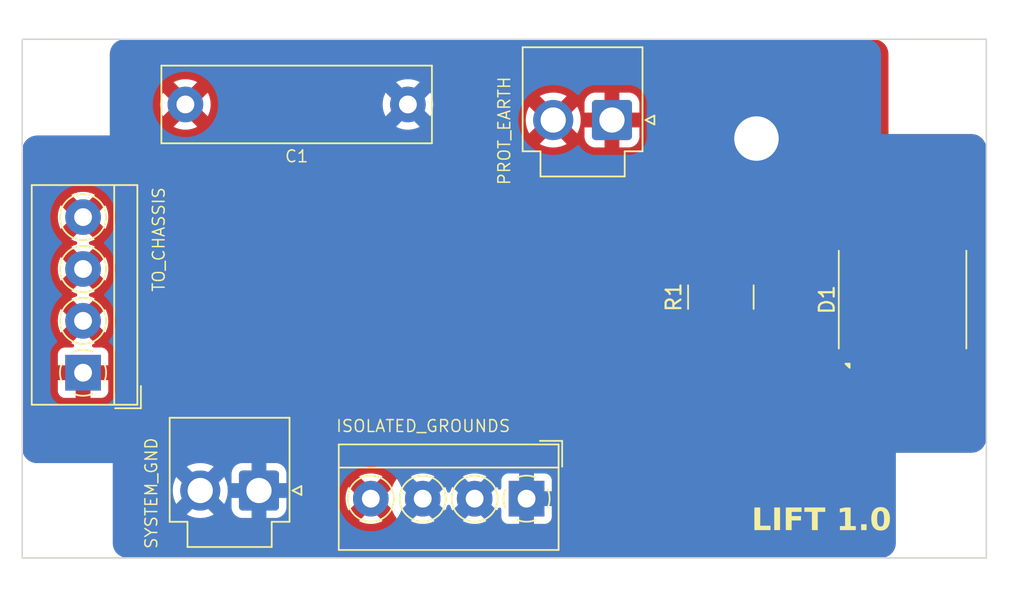
<source format=kicad_pcb>
(kicad_pcb (version 20240108) (generator "pcbnew") (generator_version "8.0")
  (layers (0 "F.Cu" signal) (31 "B.Cu" signal) (34 "B.Paste" user) (35 "F.Paste" user) (36 "B.SilkS" user "B.Silkscreen") (37 "F.SilkS" user "F.Silkscreen") (38 "B.Mask" user) (39 "F.Mask" user) (44 "Edge.Cuts" user))
  (net 0 "")
  (net 1 "EARTH")
  (net 2 "GND")
  (footprint "MountingHole:MountingHole_3.2mm_M3" (layer "F.Cu") (at 170.5 71.5 90)
    (property "Reference" "H4" (hide yes))
    (property "Value" "MountingHole")
    (pad "" np_thru_hole circle (at 0 0 90) (size 3.2 3.2) (drill 3.2) (layers "*.Cu" "*.Mask"))
  )
  (footprint "TerminalBlock_4Ucon:TerminalBlock_4Ucon_1x04_P3.50mm_Horizontal" (layer "F.Cu") (at 142 100 180)
    (property "Reference" "J4" (hide yes))
    (property "Value" "Conn_01x04_Pin")
    (fp_line (start 12.66 -3.46) (end 12.66 3.66) (stroke (width 0.12)) (layer "F.SilkS"))
    (fp_line (start -2.16 3.66) (end 12.66 3.66) (stroke (width 0.12)) (layer "F.SilkS"))
    (fp_line (start -2.16 2.1) (end 12.66 2.1) (stroke (width 0.12)) (layer "F.SilkS"))
    (fp_line (start -2.16 -3.46) (end 12.66 -3.46) (stroke (width 0.12)) (layer "F.SilkS"))
    (fp_line (start -2.16 -3.46) (end -2.16 3.66) (stroke (width 0.12)) (layer "F.SilkS"))
    (fp_line (start -2.4 3.9) (end -0.9 3.9) (stroke (width 0.12)) (layer "F.SilkS"))
    (fp_line (start -2.4 2.16) (end -2.4 3.9) (stroke (width 0.12)) (layer "F.SilkS"))
    (fp_arc (start 1.432109 -0.607742) (mid 1.555727 0.00014) (end 1.432 0.608) (stroke (width 0.12)) (layer "F.SilkS"))
    (fp_arc (start 0.607587 1.431385) (mid 0.310017 1.523783) (end 0 1.555) (stroke (width 0.12)) (layer "F.SilkS"))
    (fp_arc (start 0.027011 1.555493) (mid -0.296984 1.527118) (end -0.608 1.432) (stroke (width 0.12)) (layer "F.SilkS"))
    (fp_arc (start -0.607742 -1.432109) (mid 0.00014 -1.555727) (end 0.608 -1.432) (stroke (width 0.12)) (layer "F.SilkS"))
    (fp_arc (start -1.432109 0.607742) (mid -1.555727 -0.00014) (end -1.432 -0.608) (stroke (width 0.12)) (layer "F.SilkS"))
    (fp_circle (center 10.5 0) (end 12.055 0) (stroke (width 0.12)) (fill none) (layer "F.SilkS"))
    (fp_circle (center 7 0) (end 8.555 0) (stroke (width 0.12)) (fill none) (layer "F.SilkS"))
    (fp_circle (center 3.5 0) (end 5.055 0) (stroke (width 0.12)) (fill none) (layer "F.SilkS"))
    (pad "1" thru_hole rect (at 0 0 180) (size 2.4 2.4) (drill 1.2) (layers "*.Cu" "*.Mask") (net 2 "GND"))
    (pad "2" thru_hole circle (at 3.5 0 180) (size 2.4 2.4) (drill 1.2) (layers "*.Cu" "*.Mask") (net 2 "GND"))
    (pad "3" thru_hole circle (at 7 0 180) (size 2.4 2.4) (drill 1.2) (layers "*.Cu" "*.Mask") (net 2 "GND"))
    (pad "4" thru_hole circle (at 10.5 0 180) (size 2.4 2.4) (drill 1.2) (layers "*.Cu" "*.Mask") (net 1 "EARTH"))
  )
  (footprint "Resistor_SMD:R_2816_7142Metric_Pad3.20x4.45mm_HandSolder" (layer "F.Cu") (at 155.1 86.4 90)
    (property "Reference" "R1" (at 0 -3.18 90) (layer "F.SilkS"))
    (property "Value" "10R 5W")
    (fp_line (start -0.797369 -2.21) (end 0.797369 -2.21) (stroke (width 0.12)) (layer "F.SilkS"))
    (fp_line (start -0.797369 2.21) (end 0.797369 2.21) (stroke (width 0.12)) (layer "F.SilkS"))
    (pad "1" smd roundrect (at -2.6 0 90) (size 3.2 4.45) (layers "F.Cu" "F.Paste" "F.Mask") (roundrect_rratio 0.078125) (net 1 "EARTH"))
    (pad "2" smd roundrect (at 2.6 0 90) (size 3.2 4.45) (layers "F.Cu" "F.Paste" "F.Mask") (roundrect_rratio 0.078125) (net 2 "GND"))
  )
  (footprint "TerminalBlock_4Ucon:TerminalBlock_4Ucon_1x04_P3.50mm_Horizontal" (layer "F.Cu") (at 112.1 91.5 90)
    (property "Reference" "J3" (hide yes))
    (property "Value" "Conn_01x04_Pin")
    (fp_line (start 12.66 -3.46) (end 12.66 3.66) (stroke (width 0.12)) (layer "F.SilkS"))
    (fp_line (start -2.16 -3.46) (end 12.66 -3.46) (stroke (width 0.12)) (layer "F.SilkS"))
    (fp_line (start -2.16 -3.46) (end -2.16 3.66) (stroke (width 0.12)) (layer "F.SilkS"))
    (fp_line (start -2.16 2.1) (end 12.66 2.1) (stroke (width 0.12)) (layer "F.SilkS"))
    (fp_line (start -2.4 2.16) (end -2.4 3.9) (stroke (width 0.12)) (layer "F.SilkS"))
    (fp_line (start -2.16 3.66) (end 12.66 3.66) (stroke (width 0.12)) (layer "F.SilkS"))
    (fp_line (start -2.4 3.9) (end -0.9 3.9) (stroke (width 0.12)) (layer "F.SilkS"))
    (fp_arc (start -0.607742 -1.432109) (mid 0.00014 -1.555727) (end 0.608 -1.432) (stroke (width 0.12)) (layer "F.SilkS"))
    (fp_arc (start 1.432109 -0.607742) (mid 1.555727 0.00014) (end 1.432 0.608) (stroke (width 0.12)) (layer "F.SilkS"))
    (fp_arc (start -1.432109 0.607742) (mid -1.555727 -0.00014) (end -1.432 -0.608) (stroke (width 0.12)) (layer "F.SilkS"))
    (fp_arc (start 0.607587 1.431385) (mid 0.310017 1.523783) (end 0 1.555) (stroke (width 0.12)) (layer "F.SilkS"))
    (fp_arc (start 0.027011 1.555493) (mid -0.296984 1.527118) (end -0.608 1.432) (stroke (width 0.12)) (layer "F.SilkS"))
    (fp_circle (center 10.5 0) (end 12.055 0) (stroke (width 0.12)) (fill none) (layer "F.SilkS"))
    (fp_circle (center 7 0) (end 8.555 0) (stroke (width 0.12)) (fill none) (layer "F.SilkS"))
    (fp_circle (center 3.5 0) (end 5.055 0) (stroke (width 0.12)) (fill none) (layer "F.SilkS"))
    (pad "1" thru_hole rect (at 0 0 90) (size 2.4 2.4) (drill 1.2) (layers "*.Cu" "*.Mask") (net 1 "EARTH"))
    (pad "2" thru_hole circle (at 3.5 0 90) (size 2.4 2.4) (drill 1.2) (layers "*.Cu" "*.Mask") (net 1 "EARTH"))
    (pad "3" thru_hole circle (at 7 0 90) (size 2.4 2.4) (drill 1.2) (layers "*.Cu" "*.Mask") (net 1 "EARTH"))
    (pad "4" thru_hole circle (at 10.5 0 90) (size 2.4 2.4) (drill 1.2) (layers "*.Cu" "*.Mask") (net 1 "EARTH"))
  )
  (footprint "Connector_JST:JST_VH_B2P-VH-B_1x02_P3.96mm_Vertical" (layer "F.Cu") (at 147.7575 74.45 180)
    (property "Reference" "J1" (hide yes))
    (property "Value" "Conn_01x02_Male")
    (fp_line (start 6.02 4.91) (end -2.06 4.91) (stroke (width 0.12)) (layer "F.SilkS"))
    (fp_line (start 6.02 -2.11) (end 6.02 4.91) (stroke (width 0.12)) (layer "F.SilkS"))
    (fp_line (start 4.82 -2.11) (end 6.02 -2.11) (stroke (width 0.12)) (layer "F.SilkS"))
    (fp_line (start 4.82 -3.81) (end 4.82 -2.11) (stroke (width 0.12)) (layer "F.SilkS"))
    (fp_line (start -0.86 -2.11) (end -0.86 -3.81) (stroke (width 0.12)) (layer "F.SilkS"))
    (fp_line (start -0.86 -3.81) (end 4.82 -3.81) (stroke (width 0.12)) (layer "F.SilkS"))
    (fp_line (start -2.06 4.91) (end -2.06 -2.11) (stroke (width 0.12)) (layer "F.SilkS"))
    (fp_line (start -2.06 -2.11) (end -0.86 -2.11) (stroke (width 0.12)) (layer "F.SilkS"))
    (fp_line (start -2.26 0) (end -2.86 0.3) (stroke (width 0.12)) (layer "F.SilkS"))
    (fp_line (start -2.86 0.3) (end -2.86 -0.3) (stroke (width 0.12)) (layer "F.SilkS"))
    (fp_line (start -2.86 -0.3) (end -2.26 0) (stroke (width 0.12)) (layer "F.SilkS"))
    (pad "1" thru_hole roundrect (at 0 0 180) (size 2.7 2.7) (drill 1.7) (layers "*.Cu" "*.Mask") (roundrect_rratio 0.09259296296) (net 1 "EARTH"))
    (pad "2" thru_hole circle (at 3.96 0 180) (size 2.7 2.7) (drill 1.7) (layers "*.Cu" "*.Mask") (net 1 "EARTH"))
  )
  (footprint "MountingHole:MountingHole_3.2mm_M3" (layer "F.Cu") (at 110.5 101.5 90)
    (property "Reference" "H1" (hide yes))
    (property "Value" "MountingHole")
    (pad "" np_thru_hole circle (at 0 0 90) (size 3.2 3.2) (drill 3.2) (layers "*.Cu" "*.Mask"))
  )
  (footprint "Diode_SMD:Diode_Bridge_Vishay_DFS" (layer "F.Cu") (at 167.35 86.57 90)
    (property "Reference" "D1" (at 0 -5.1 90) (layer "F.SilkS"))
    (property "Value" "GBJ2510-F")
    (fp_line (start -3.3 -4.3) (end 3.3 -4.3) (stroke (width 0.12)) (layer "F.SilkS"))
    (fp_line (start -3.3 4.3) (end 3.3 4.3) (stroke (width 0.12)) (layer "F.SilkS"))
    (fp_poly (pts (xy -4.32 -3.57) (xy -4.6 -3.57) (xy -4.32 -3.85) (xy -4.32 -3.57)) (stroke (width 0.12)) (fill solid) (layer "F.SilkS"))
    (pad "1" smd rect (at -4.37 -2.55 90) (size 2 1.5) (layers "F.Cu" "F.Paste" "F.Mask") (net 2 "GND"))
    (pad "2" smd rect (at -4.37 2.55 90) (size 2 1.5) (layers "F.Cu" "F.Paste" "F.Mask") (net 1 "EARTH"))
    (pad "3" smd rect (at 4.37 2.55 90) (size 2 1.5) (layers "F.Cu" "F.Paste" "F.Mask") (net 1 "EARTH"))
    (pad "4" smd rect (at 4.37 -2.55 90) (size 2 1.5) (layers "F.Cu" "F.Paste" "F.Mask") (net 2 "GND"))
  )
  (footprint "Capacitor_THT:C_Rect_L18.0mm_W5.0mm_P15.00mm_FKS3_FKP3" (layer "F.Cu") (at 119 73.4)
    (property "Reference" "C1" (at 7.5 3.5 0) (layer "F.SilkS") (effects (font (size 0.8 0.8) (thickness 0.1))))
    (property "Value" "100n SAFETY")
    (fp_line (start -1.62 -2.62) (end -1.62 2.62) (stroke (width 0.12)) (layer "F.SilkS"))
    (fp_line (start -1.62 -2.62) (end 16.62 -2.62) (stroke (width 0.12)) (layer "F.SilkS"))
    (fp_line (start -1.62 2.62) (end 16.62 2.62) (stroke (width 0.12)) (layer "F.SilkS"))
    (fp_line (start 16.62 -2.62) (end 16.62 2.62) (stroke (width 0.12)) (layer "F.SilkS"))
    (pad "1" thru_hole circle (at 0 0) (size 2.4 2.4) (drill 1.2) (layers "*.Cu" "*.Mask") (net 1 "EARTH"))
    (pad "2" thru_hole circle (at 15 0) (size 2.4 2.4) (drill 1.2) (layers "*.Cu" "*.Mask") (net 2 "GND"))
  )
  (footprint "MountingHole:MountingHole_3.2mm_M3" (layer "F.Cu") (at 170.5 101.5 90)
    (property "Reference" "H3" (hide yes))
    (property "Value" "MountingHole")
    (pad "" np_thru_hole circle (at 0 0 90) (size 3.2 3.2) (drill 3.2) (layers "*.Cu" "*.Mask"))
  )
  (footprint "MountingHole:MountingHole_3.2mm_M3" (layer "F.Cu") (at 110.5 71.5 90)
    (property "Reference" "H2" (hide yes))
    (property "Value" "MountingHole")
    (pad "" np_thru_hole circle (at 0 0 90) (size 3.2 3.2) (drill 3.2) (layers "*.Cu" "*.Mask"))
  )
  (footprint "Connector_JST:JST_VH_B2P-VH-B_1x02_P3.96mm_Vertical" (layer "F.Cu") (at 123.96 99.45 180)
    (property "Reference" "J2" (hide yes))
    (property "Value" "Conn_01x02_Male")
    (fp_line (start 6.02 4.91) (end -2.06 4.91) (stroke (width 0.12)) (layer "F.SilkS"))
    (fp_line (start 6.02 -2.11) (end 6.02 4.91) (stroke (width 0.12)) (layer "F.SilkS"))
    (fp_line (start 4.82 -2.11) (end 6.02 -2.11) (stroke (width 0.12)) (layer "F.SilkS"))
    (fp_line (start 4.82 -3.81) (end 4.82 -2.11) (stroke (width 0.12)) (layer "F.SilkS"))
    (fp_line (start -0.86 -2.11) (end -0.86 -3.81) (stroke (width 0.12)) (layer "F.SilkS"))
    (fp_line (start -0.86 -3.81) (end 4.82 -3.81) (stroke (width 0.12)) (layer "F.SilkS"))
    (fp_line (start -2.06 4.91) (end -2.06 -2.11) (stroke (width 0.12)) (layer "F.SilkS"))
    (fp_line (start -2.06 -2.11) (end -0.86 -2.11) (stroke (width 0.12)) (layer "F.SilkS"))
    (fp_line (start -2.26 0) (end -2.86 0.3) (stroke (width 0.12)) (layer "F.SilkS"))
    (fp_line (start -2.86 0.3) (end -2.86 -0.3) (stroke (width 0.12)) (layer "F.SilkS"))
    (fp_line (start -2.86 -0.3) (end -2.26 0) (stroke (width 0.12)) (layer "F.SilkS"))
    (pad "1" thru_hole roundrect (at 0 0 180) (size 2.7 2.7) (drill 1.7) (layers "*.Cu" "*.Mask") (roundrect_rratio 0.092593) (net 2 "GND"))
    (pad "2" thru_hole circle (at 3.96 0 180) (size 2.7 2.7) (drill 1.7) (layers "*.Cu" "*.Mask") (net 2 "GND"))
  )
  (gr_line (start 108 69) (end 108 104) (stroke (width 0.1)) (layer "Edge.Cuts"))
  (gr_line (start 163 69) (end 108 69) (stroke (width 0.1)) (layer "Edge.Cuts"))
  (gr_line (start 108 104) (end 173 104) (stroke (width 0.1)) (layer "Edge.Cuts"))
  (gr_line (start 173 104) (end 173 69) (stroke (width 0.1)) (layer "Edge.Cuts"))
  (gr_line (start 173 69) (end 163 69) (stroke (width 0.1)) (layer "Edge.Cuts"))
  (gr_text "TO_CHASSIS" (at 117.2 86.1 90) (layer "F.SilkS") (effects (font (size 0.8 0.8) (thickness 0.1)) (justify left)))
  (gr_text "ISOLATED_GROUNDS" (at 129.1 95.1 0) (layer "F.SilkS") (effects (font (size 0.8 0.8) (thickness 0.1)) (justify left)))
  (gr_text "PROT_EARTH" (at 140.5 78.9 90) (layer "F.SilkS") (effects (font (size 0.8 0.8) (thickness 0.1)) (justify left)))
  (gr_text "SYSTEM_GND" (at 116.7025 103.45 90) (layer "F.SilkS") (effects (font (size 0.8 0.8) (thickness 0.1)) (justify left)))
  (gr_text "LIFT 1.0" (at 166.6 101.5 0) (layer "F.SilkS") (effects (font (size 1.5 1.5) (thickness 0.16) (bold yes)) (justify right)))
  (segment (start 155.1 83.8) (end 155.1 78.1) (width 4) (layer "F.Cu") (net 2))
  (segment (start 155.1 78.1) (end 157.5 75.7) (width 4) (layer "F.Cu") (net 2))
  (segment (start 164.8 90.94) (end 164.8 82.2) (width 4) (layer "F.Cu") (net 2))
  (segment (start 164.8 82.2) (end 164 82.2) (width 4) (layer "F.Cu") (net 2))
  (segment (start 164 82.2) (end 157.5 75.7) (width 4) (layer "F.Cu") (net 2))
  (via (at 157.5 75.7) (size 6) (drill 3) (layers "F.Cu" "B.Cu") (net 2))
  (zone (net 1) (net_name "EARTH") (layer "F.Cu") (connect_pads (clearance 1)) (min_thickness 0.25) (fill yes (thermal_gap 0.5) (thermal_bridge_width 1) (smoothing fillet) (radius 1))
    (polygon (pts (xy 166.4 75.4) (xy 173.9 75.4) (xy 173.9 96.9) (xy 166.8 96.9) (xy 166.8 105.1) (xy 114.6 105.1) (xy 114.6 97.6) (xy 107 97.6) (xy 107 75.5) (xy 114.4 75.5) (xy 114.4 68.1) (xy 166.4 68.1)))
  )
  (zone (net 2) (net_name "GND") (layer "B.Cu") (connect_pads (clearance 1)) (min_thickness 0.25) (fill yes (thermal_gap 0.5) (thermal_bridge_width 1) (smoothing fillet) (radius 1))
    (polygon (pts (xy 165.9 75.4) (xy 173.4 75.4) (xy 173.4 96.9) (xy 166.9 96.9) (xy 166.9 105.1) (xy 114.1 105.1) (xy 114.1 97.6) (xy 106.5 97.6) (xy 106.5 75.5) (xy 113.9 75.5) (xy 113.9 68.1) (xy 165.9 68.1)))
  )
)
</source>
